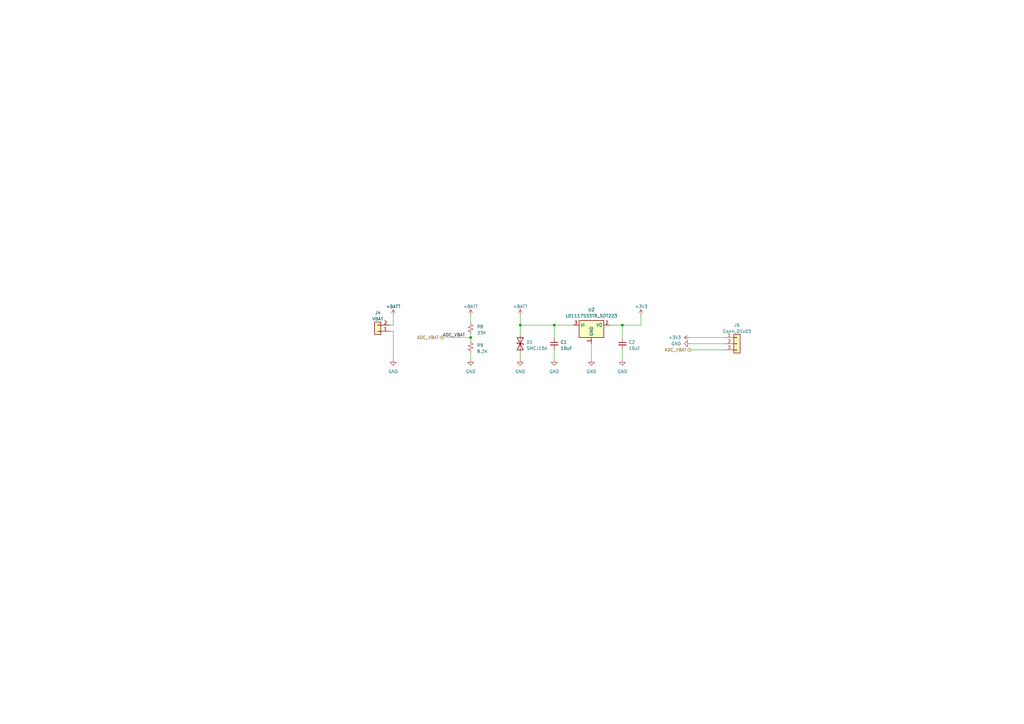
<source format=kicad_sch>
(kicad_sch (version 20230121) (generator eeschema)

  (uuid 19d8677f-1b0c-4a61-a694-a953e720957e)

  (paper "A3")

  (title_block
    (title "ESP32 Leanometer")
    (date "2023-04-10")
    (rev "R1.0")
    (company "github.com/theloukou/Leanometer")
    (comment 1 "Lefteris Kantakos")
  )

  (lib_symbols
    (symbol "Connector_Generic:Conn_01x02" (pin_names (offset 1.016) hide) (in_bom yes) (on_board yes)
      (property "Reference" "J" (at 0 2.54 0)
        (effects (font (size 1.27 1.27)))
      )
      (property "Value" "Conn_01x02" (at 0 -5.08 0)
        (effects (font (size 1.27 1.27)))
      )
      (property "Footprint" "" (at 0 0 0)
        (effects (font (size 1.27 1.27)) hide)
      )
      (property "Datasheet" "~" (at 0 0 0)
        (effects (font (size 1.27 1.27)) hide)
      )
      (property "ki_keywords" "connector" (at 0 0 0)
        (effects (font (size 1.27 1.27)) hide)
      )
      (property "ki_description" "Generic connector, single row, 01x02, script generated (kicad-library-utils/schlib/autogen/connector/)" (at 0 0 0)
        (effects (font (size 1.27 1.27)) hide)
      )
      (property "ki_fp_filters" "Connector*:*_1x??_*" (at 0 0 0)
        (effects (font (size 1.27 1.27)) hide)
      )
      (symbol "Conn_01x02_1_1"
        (rectangle (start -1.27 -2.413) (end 0 -2.667)
          (stroke (width 0.1524) (type default))
          (fill (type none))
        )
        (rectangle (start -1.27 0.127) (end 0 -0.127)
          (stroke (width 0.1524) (type default))
          (fill (type none))
        )
        (rectangle (start -1.27 1.27) (end 1.27 -3.81)
          (stroke (width 0.254) (type default))
          (fill (type background))
        )
        (pin passive line (at -5.08 0 0) (length 3.81)
          (name "Pin_1" (effects (font (size 1.27 1.27))))
          (number "1" (effects (font (size 1.27 1.27))))
        )
        (pin passive line (at -5.08 -2.54 0) (length 3.81)
          (name "Pin_2" (effects (font (size 1.27 1.27))))
          (number "2" (effects (font (size 1.27 1.27))))
        )
      )
    )
    (symbol "Connector_Generic:Conn_01x03" (pin_names (offset 1.016) hide) (in_bom yes) (on_board yes)
      (property "Reference" "J" (at 0 5.08 0)
        (effects (font (size 1.27 1.27)))
      )
      (property "Value" "Conn_01x03" (at 0 -5.08 0)
        (effects (font (size 1.27 1.27)))
      )
      (property "Footprint" "" (at 0 0 0)
        (effects (font (size 1.27 1.27)) hide)
      )
      (property "Datasheet" "~" (at 0 0 0)
        (effects (font (size 1.27 1.27)) hide)
      )
      (property "ki_keywords" "connector" (at 0 0 0)
        (effects (font (size 1.27 1.27)) hide)
      )
      (property "ki_description" "Generic connector, single row, 01x03, script generated (kicad-library-utils/schlib/autogen/connector/)" (at 0 0 0)
        (effects (font (size 1.27 1.27)) hide)
      )
      (property "ki_fp_filters" "Connector*:*_1x??_*" (at 0 0 0)
        (effects (font (size 1.27 1.27)) hide)
      )
      (symbol "Conn_01x03_1_1"
        (rectangle (start -1.27 -2.413) (end 0 -2.667)
          (stroke (width 0.1524) (type default))
          (fill (type none))
        )
        (rectangle (start -1.27 0.127) (end 0 -0.127)
          (stroke (width 0.1524) (type default))
          (fill (type none))
        )
        (rectangle (start -1.27 2.667) (end 0 2.413)
          (stroke (width 0.1524) (type default))
          (fill (type none))
        )
        (rectangle (start -1.27 3.81) (end 1.27 -3.81)
          (stroke (width 0.254) (type default))
          (fill (type background))
        )
        (pin passive line (at -5.08 2.54 0) (length 3.81)
          (name "Pin_1" (effects (font (size 1.27 1.27))))
          (number "1" (effects (font (size 1.27 1.27))))
        )
        (pin passive line (at -5.08 0 0) (length 3.81)
          (name "Pin_2" (effects (font (size 1.27 1.27))))
          (number "2" (effects (font (size 1.27 1.27))))
        )
        (pin passive line (at -5.08 -2.54 0) (length 3.81)
          (name "Pin_3" (effects (font (size 1.27 1.27))))
          (number "3" (effects (font (size 1.27 1.27))))
        )
      )
    )
    (symbol "Device:C_Small" (pin_numbers hide) (pin_names (offset 0.254) hide) (in_bom yes) (on_board yes)
      (property "Reference" "C" (at 0.254 1.778 0)
        (effects (font (size 1.27 1.27)) (justify left))
      )
      (property "Value" "C_Small" (at 0.254 -2.032 0)
        (effects (font (size 1.27 1.27)) (justify left))
      )
      (property "Footprint" "" (at 0 0 0)
        (effects (font (size 1.27 1.27)) hide)
      )
      (property "Datasheet" "~" (at 0 0 0)
        (effects (font (size 1.27 1.27)) hide)
      )
      (property "ki_keywords" "capacitor cap" (at 0 0 0)
        (effects (font (size 1.27 1.27)) hide)
      )
      (property "ki_description" "Unpolarized capacitor, small symbol" (at 0 0 0)
        (effects (font (size 1.27 1.27)) hide)
      )
      (property "ki_fp_filters" "C_*" (at 0 0 0)
        (effects (font (size 1.27 1.27)) hide)
      )
      (symbol "C_Small_0_1"
        (polyline
          (pts
            (xy -1.524 -0.508)
            (xy 1.524 -0.508)
          )
          (stroke (width 0.3302) (type default))
          (fill (type none))
        )
        (polyline
          (pts
            (xy -1.524 0.508)
            (xy 1.524 0.508)
          )
          (stroke (width 0.3048) (type default))
          (fill (type none))
        )
      )
      (symbol "C_Small_1_1"
        (pin passive line (at 0 2.54 270) (length 2.032)
          (name "~" (effects (font (size 1.27 1.27))))
          (number "1" (effects (font (size 1.27 1.27))))
        )
        (pin passive line (at 0 -2.54 90) (length 2.032)
          (name "~" (effects (font (size 1.27 1.27))))
          (number "2" (effects (font (size 1.27 1.27))))
        )
      )
    )
    (symbol "Device:D_TVS" (pin_numbers hide) (pin_names (offset 1.016) hide) (in_bom yes) (on_board yes)
      (property "Reference" "D" (at 0 2.54 0)
        (effects (font (size 1.27 1.27)))
      )
      (property "Value" "D_TVS" (at 0 -2.54 0)
        (effects (font (size 1.27 1.27)))
      )
      (property "Footprint" "" (at 0 0 0)
        (effects (font (size 1.27 1.27)) hide)
      )
      (property "Datasheet" "~" (at 0 0 0)
        (effects (font (size 1.27 1.27)) hide)
      )
      (property "ki_keywords" "diode TVS thyrector" (at 0 0 0)
        (effects (font (size 1.27 1.27)) hide)
      )
      (property "ki_description" "Bidirectional transient-voltage-suppression diode" (at 0 0 0)
        (effects (font (size 1.27 1.27)) hide)
      )
      (property "ki_fp_filters" "TO-???* *_Diode_* *SingleDiode* D_*" (at 0 0 0)
        (effects (font (size 1.27 1.27)) hide)
      )
      (symbol "D_TVS_0_1"
        (polyline
          (pts
            (xy 1.27 0)
            (xy -1.27 0)
          )
          (stroke (width 0) (type default))
          (fill (type none))
        )
        (polyline
          (pts
            (xy 0.508 1.27)
            (xy 0 1.27)
            (xy 0 -1.27)
            (xy -0.508 -1.27)
          )
          (stroke (width 0.254) (type default))
          (fill (type none))
        )
        (polyline
          (pts
            (xy -2.54 1.27)
            (xy -2.54 -1.27)
            (xy 2.54 1.27)
            (xy 2.54 -1.27)
            (xy -2.54 1.27)
          )
          (stroke (width 0.254) (type default))
          (fill (type none))
        )
      )
      (symbol "D_TVS_1_1"
        (pin passive line (at -3.81 0 0) (length 2.54)
          (name "A1" (effects (font (size 1.27 1.27))))
          (number "1" (effects (font (size 1.27 1.27))))
        )
        (pin passive line (at 3.81 0 180) (length 2.54)
          (name "A2" (effects (font (size 1.27 1.27))))
          (number "2" (effects (font (size 1.27 1.27))))
        )
      )
    )
    (symbol "Device:R_Small_US" (pin_numbers hide) (pin_names (offset 0.254) hide) (in_bom yes) (on_board yes)
      (property "Reference" "R" (at 0.762 0.508 0)
        (effects (font (size 1.27 1.27)) (justify left))
      )
      (property "Value" "R_Small_US" (at 0.762 -1.016 0)
        (effects (font (size 1.27 1.27)) (justify left))
      )
      (property "Footprint" "" (at 0 0 0)
        (effects (font (size 1.27 1.27)) hide)
      )
      (property "Datasheet" "~" (at 0 0 0)
        (effects (font (size 1.27 1.27)) hide)
      )
      (property "ki_keywords" "r resistor" (at 0 0 0)
        (effects (font (size 1.27 1.27)) hide)
      )
      (property "ki_description" "Resistor, small US symbol" (at 0 0 0)
        (effects (font (size 1.27 1.27)) hide)
      )
      (property "ki_fp_filters" "R_*" (at 0 0 0)
        (effects (font (size 1.27 1.27)) hide)
      )
      (symbol "R_Small_US_1_1"
        (polyline
          (pts
            (xy 0 0)
            (xy 1.016 -0.381)
            (xy 0 -0.762)
            (xy -1.016 -1.143)
            (xy 0 -1.524)
          )
          (stroke (width 0) (type default))
          (fill (type none))
        )
        (polyline
          (pts
            (xy 0 1.524)
            (xy 1.016 1.143)
            (xy 0 0.762)
            (xy -1.016 0.381)
            (xy 0 0)
          )
          (stroke (width 0) (type default))
          (fill (type none))
        )
        (pin passive line (at 0 2.54 270) (length 1.016)
          (name "~" (effects (font (size 1.27 1.27))))
          (number "1" (effects (font (size 1.27 1.27))))
        )
        (pin passive line (at 0 -2.54 90) (length 1.016)
          (name "~" (effects (font (size 1.27 1.27))))
          (number "2" (effects (font (size 1.27 1.27))))
        )
      )
    )
    (symbol "Regulator_Linear:LD1117S33TR_SOT223" (in_bom yes) (on_board yes)
      (property "Reference" "U" (at -3.81 3.175 0)
        (effects (font (size 1.27 1.27)))
      )
      (property "Value" "LD1117S33TR_SOT223" (at 0 3.175 0)
        (effects (font (size 1.27 1.27)) (justify left))
      )
      (property "Footprint" "Package_TO_SOT_SMD:SOT-223-3_TabPin2" (at 0 5.08 0)
        (effects (font (size 1.27 1.27)) hide)
      )
      (property "Datasheet" "http://www.st.com/st-web-ui/static/active/en/resource/technical/document/datasheet/CD00000544.pdf" (at 2.54 -6.35 0)
        (effects (font (size 1.27 1.27)) hide)
      )
      (property "ki_keywords" "REGULATOR LDO 3.3V" (at 0 0 0)
        (effects (font (size 1.27 1.27)) hide)
      )
      (property "ki_description" "800mA Fixed Low Drop Positive Voltage Regulator, Fixed Output 3.3V, SOT-223" (at 0 0 0)
        (effects (font (size 1.27 1.27)) hide)
      )
      (property "ki_fp_filters" "SOT?223*TabPin2*" (at 0 0 0)
        (effects (font (size 1.27 1.27)) hide)
      )
      (symbol "LD1117S33TR_SOT223_0_1"
        (rectangle (start -5.08 -5.08) (end 5.08 1.905)
          (stroke (width 0.254) (type default))
          (fill (type background))
        )
      )
      (symbol "LD1117S33TR_SOT223_1_1"
        (pin power_in line (at 0 -7.62 90) (length 2.54)
          (name "GND" (effects (font (size 1.27 1.27))))
          (number "1" (effects (font (size 1.27 1.27))))
        )
        (pin power_out line (at 7.62 0 180) (length 2.54)
          (name "VO" (effects (font (size 1.27 1.27))))
          (number "2" (effects (font (size 1.27 1.27))))
        )
        (pin power_in line (at -7.62 0 0) (length 2.54)
          (name "VI" (effects (font (size 1.27 1.27))))
          (number "3" (effects (font (size 1.27 1.27))))
        )
      )
    )
    (symbol "power:+3V3" (power) (pin_names (offset 0)) (in_bom yes) (on_board yes)
      (property "Reference" "#PWR" (at 0 -3.81 0)
        (effects (font (size 1.27 1.27)) hide)
      )
      (property "Value" "+3V3" (at 0 3.556 0)
        (effects (font (size 1.27 1.27)))
      )
      (property "Footprint" "" (at 0 0 0)
        (effects (font (size 1.27 1.27)) hide)
      )
      (property "Datasheet" "" (at 0 0 0)
        (effects (font (size 1.27 1.27)) hide)
      )
      (property "ki_keywords" "global power" (at 0 0 0)
        (effects (font (size 1.27 1.27)) hide)
      )
      (property "ki_description" "Power symbol creates a global label with name \"+3V3\"" (at 0 0 0)
        (effects (font (size 1.27 1.27)) hide)
      )
      (symbol "+3V3_0_1"
        (polyline
          (pts
            (xy -0.762 1.27)
            (xy 0 2.54)
          )
          (stroke (width 0) (type default))
          (fill (type none))
        )
        (polyline
          (pts
            (xy 0 0)
            (xy 0 2.54)
          )
          (stroke (width 0) (type default))
          (fill (type none))
        )
        (polyline
          (pts
            (xy 0 2.54)
            (xy 0.762 1.27)
          )
          (stroke (width 0) (type default))
          (fill (type none))
        )
      )
      (symbol "+3V3_1_1"
        (pin power_in line (at 0 0 90) (length 0) hide
          (name "+3V3" (effects (font (size 1.27 1.27))))
          (number "1" (effects (font (size 1.27 1.27))))
        )
      )
    )
    (symbol "power:+BATT" (power) (pin_names (offset 0)) (in_bom yes) (on_board yes)
      (property "Reference" "#PWR" (at 0 -3.81 0)
        (effects (font (size 1.27 1.27)) hide)
      )
      (property "Value" "+BATT" (at 0 3.556 0)
        (effects (font (size 1.27 1.27)))
      )
      (property "Footprint" "" (at 0 0 0)
        (effects (font (size 1.27 1.27)) hide)
      )
      (property "Datasheet" "" (at 0 0 0)
        (effects (font (size 1.27 1.27)) hide)
      )
      (property "ki_keywords" "global power battery" (at 0 0 0)
        (effects (font (size 1.27 1.27)) hide)
      )
      (property "ki_description" "Power symbol creates a global label with name \"+BATT\"" (at 0 0 0)
        (effects (font (size 1.27 1.27)) hide)
      )
      (symbol "+BATT_0_1"
        (polyline
          (pts
            (xy -0.762 1.27)
            (xy 0 2.54)
          )
          (stroke (width 0) (type default))
          (fill (type none))
        )
        (polyline
          (pts
            (xy 0 0)
            (xy 0 2.54)
          )
          (stroke (width 0) (type default))
          (fill (type none))
        )
        (polyline
          (pts
            (xy 0 2.54)
            (xy 0.762 1.27)
          )
          (stroke (width 0) (type default))
          (fill (type none))
        )
      )
      (symbol "+BATT_1_1"
        (pin power_in line (at 0 0 90) (length 0) hide
          (name "+BATT" (effects (font (size 1.27 1.27))))
          (number "1" (effects (font (size 1.27 1.27))))
        )
      )
    )
    (symbol "power:GND" (power) (pin_names (offset 0)) (in_bom yes) (on_board yes)
      (property "Reference" "#PWR" (at 0 -6.35 0)
        (effects (font (size 1.27 1.27)) hide)
      )
      (property "Value" "GND" (at 0 -3.81 0)
        (effects (font (size 1.27 1.27)))
      )
      (property "Footprint" "" (at 0 0 0)
        (effects (font (size 1.27 1.27)) hide)
      )
      (property "Datasheet" "" (at 0 0 0)
        (effects (font (size 1.27 1.27)) hide)
      )
      (property "ki_keywords" "global power" (at 0 0 0)
        (effects (font (size 1.27 1.27)) hide)
      )
      (property "ki_description" "Power symbol creates a global label with name \"GND\" , ground" (at 0 0 0)
        (effects (font (size 1.27 1.27)) hide)
      )
      (symbol "GND_0_1"
        (polyline
          (pts
            (xy 0 0)
            (xy 0 -1.27)
            (xy 1.27 -1.27)
            (xy 0 -2.54)
            (xy -1.27 -1.27)
            (xy 0 -1.27)
          )
          (stroke (width 0) (type default))
          (fill (type none))
        )
      )
      (symbol "GND_1_1"
        (pin power_in line (at 0 0 270) (length 0) hide
          (name "GND" (effects (font (size 1.27 1.27))))
          (number "1" (effects (font (size 1.27 1.27))))
        )
      )
    )
  )

  (junction (at 193.04 138.43) (diameter 0) (color 0 0 0 0)
    (uuid 104b0ac8-3333-4582-8271-5a2a98955f8a)
  )
  (junction (at 213.36 133.35) (diameter 0) (color 0 0 0 0)
    (uuid 35f60d53-b27f-4b85-b051-382adc1c2c6a)
  )
  (junction (at 227.33 133.35) (diameter 0) (color 0 0 0 0)
    (uuid 627992fd-af28-447f-93b6-c1d2d9f3428d)
  )
  (junction (at 255.27 133.35) (diameter 0) (color 0 0 0 0)
    (uuid b08f6d7e-b394-42f9-863f-9dae157b1d49)
  )

  (wire (pts (xy 160.02 135.89) (xy 161.29 135.89))
    (stroke (width 0) (type default))
    (uuid 08fc6ba1-f89d-48ba-b0c4-2a9e3308cde9)
  )
  (wire (pts (xy 227.33 133.35) (xy 234.95 133.35))
    (stroke (width 0) (type default))
    (uuid 15ebfe6b-bc38-4ad8-96bf-e50902366659)
  )
  (wire (pts (xy 213.36 133.35) (xy 213.36 137.16))
    (stroke (width 0) (type default))
    (uuid 18f7e669-0e41-4842-9977-5250effe5edc)
  )
  (wire (pts (xy 297.18 138.43) (xy 283.21 138.43))
    (stroke (width 0) (type default))
    (uuid 27b8ae04-dc9a-46fd-9a04-0c80d837623a)
  )
  (wire (pts (xy 160.02 133.35) (xy 161.29 133.35))
    (stroke (width 0) (type default))
    (uuid 35cf0627-9cad-4094-af2a-bb33c2311235)
  )
  (wire (pts (xy 213.36 144.78) (xy 213.36 147.32))
    (stroke (width 0) (type default))
    (uuid 40574aa9-73ed-43cc-9c0f-fae81698662c)
  )
  (wire (pts (xy 255.27 138.43) (xy 255.27 133.35))
    (stroke (width 0) (type default))
    (uuid 4ac80c61-adf0-404b-84b7-96b2001a723e)
  )
  (wire (pts (xy 255.27 143.51) (xy 255.27 147.32))
    (stroke (width 0) (type default))
    (uuid 4bbb3780-7906-4834-9687-d683a0f88cfd)
  )
  (wire (pts (xy 161.29 135.89) (xy 161.29 147.32))
    (stroke (width 0) (type default))
    (uuid 4ceb8eb0-2a0f-44e6-bd6a-a71130de3be0)
  )
  (wire (pts (xy 227.33 138.43) (xy 227.33 133.35))
    (stroke (width 0) (type default))
    (uuid 6858e06a-b0a2-41d2-b3cd-42eb0026787f)
  )
  (wire (pts (xy 255.27 133.35) (xy 262.89 133.35))
    (stroke (width 0) (type default))
    (uuid 77b87a58-d10f-4a02-ad1e-8fc4f19e10a4)
  )
  (wire (pts (xy 250.19 133.35) (xy 255.27 133.35))
    (stroke (width 0) (type default))
    (uuid 7b11e2fb-527f-4d08-92dc-e32021db8f77)
  )
  (wire (pts (xy 193.04 129.54) (xy 193.04 132.08))
    (stroke (width 0) (type default))
    (uuid 879074d0-ed49-4e9a-bfdd-692d321b8db2)
  )
  (wire (pts (xy 193.04 138.43) (xy 193.04 137.16))
    (stroke (width 0) (type default))
    (uuid 963027c0-1a67-40ce-9ce7-423f64b64338)
  )
  (wire (pts (xy 161.29 129.54) (xy 161.29 133.35))
    (stroke (width 0) (type default))
    (uuid 9a508e2d-68ce-4532-82e3-c1b17b69c90c)
  )
  (wire (pts (xy 227.33 143.51) (xy 227.33 147.32))
    (stroke (width 0) (type default))
    (uuid aa27aea0-29c1-4db5-9774-fd91f8a45e4a)
  )
  (wire (pts (xy 297.18 143.51) (xy 283.21 143.51))
    (stroke (width 0) (type default))
    (uuid aba5a545-c6da-4223-be4c-52bd5b591610)
  )
  (wire (pts (xy 193.04 138.43) (xy 193.04 139.7))
    (stroke (width 0) (type default))
    (uuid b6e6fb4c-a078-42fc-b44a-44288fe671ad)
  )
  (wire (pts (xy 297.18 140.97) (xy 283.21 140.97))
    (stroke (width 0) (type default))
    (uuid bbab096a-be9f-4f0a-85cf-7182b0fe6e12)
  )
  (wire (pts (xy 242.57 140.97) (xy 242.57 147.32))
    (stroke (width 0) (type default))
    (uuid d00bd930-3d77-4ad1-82c7-a2b0f22c3cf5)
  )
  (wire (pts (xy 213.36 129.54) (xy 213.36 133.35))
    (stroke (width 0) (type default))
    (uuid d3a1f899-87db-44a4-9d81-86fc0b123e86)
  )
  (wire (pts (xy 262.89 129.54) (xy 262.89 133.35))
    (stroke (width 0) (type default))
    (uuid df7990c4-8e1c-428a-8df4-81d5f3977069)
  )
  (wire (pts (xy 213.36 133.35) (xy 227.33 133.35))
    (stroke (width 0) (type default))
    (uuid dfbb74ae-921f-4c13-9075-be48ba7c2f0d)
  )
  (wire (pts (xy 181.61 138.43) (xy 193.04 138.43))
    (stroke (width 0) (type default))
    (uuid edd3628f-b37d-406d-b782-003961680aea)
  )
  (wire (pts (xy 193.04 144.78) (xy 193.04 147.32))
    (stroke (width 0) (type default))
    (uuid fe59422c-e3cf-4521-b8cd-236ffe2e1dbd)
  )

  (label "ADC_VBAT" (at 181.61 138.43 0) (fields_autoplaced)
    (effects (font (size 1.27 1.27)) (justify left bottom))
    (uuid 98e6a771-6081-4716-9133-4f72ae85ce8b)
  )

  (hierarchical_label "ADC_VBAT" (shape output) (at 181.61 138.43 180) (fields_autoplaced)
    (effects (font (size 1.27 1.27)) (justify right))
    (uuid 20d37280-683f-45f5-9382-172fdfc0c951)
  )
  (hierarchical_label "ADC_VBAT" (shape output) (at 283.21 143.51 180) (fields_autoplaced)
    (effects (font (size 1.27 1.27)) (justify right))
    (uuid 81bc9ff4-9823-44ae-b5ae-e04e55b2b446)
  )

  (symbol (lib_id "power:GND") (at 255.27 147.32 0) (unit 1)
    (in_bom yes) (on_board yes) (dnp no) (fields_autoplaced)
    (uuid 002b6507-9173-44f2-bbdd-80009529f182)
    (property "Reference" "#PWR028" (at 255.27 153.67 0)
      (effects (font (size 1.27 1.27)) hide)
    )
    (property "Value" "GND" (at 255.27 152.4 0)
      (effects (font (size 1.27 1.27)))
    )
    (property "Footprint" "" (at 255.27 147.32 0)
      (effects (font (size 1.27 1.27)) hide)
    )
    (property "Datasheet" "" (at 255.27 147.32 0)
      (effects (font (size 1.27 1.27)) hide)
    )
    (pin "1" (uuid a0311946-67da-4d38-8bd7-8118a4b92860))
    (instances
      (project "leanometer_esp32"
        (path "/90da9009-635c-418a-81cf-a9914c9a139e"
          (reference "#PWR028") (unit 1)
        )
        (path "/90da9009-635c-418a-81cf-a9914c9a139e/8f83cd13-e5fd-4817-b0b2-dd649562e12d"
          (reference "#PWR020") (unit 1)
        )
        (path "/90da9009-635c-418a-81cf-a9914c9a139e/9419ad98-79f0-4351-b1d9-8c8bd448ddbc"
          (reference "#PWR020") (unit 1)
        )
      )
    )
  )

  (symbol (lib_id "power:GND") (at 242.57 147.32 0) (unit 1)
    (in_bom yes) (on_board yes) (dnp no) (fields_autoplaced)
    (uuid 24775696-a2c8-4559-82a6-c28c2477698b)
    (property "Reference" "#PWR01" (at 242.57 153.67 0)
      (effects (font (size 1.27 1.27)) hide)
    )
    (property "Value" "GND" (at 242.57 152.4 0)
      (effects (font (size 1.27 1.27)))
    )
    (property "Footprint" "" (at 242.57 147.32 0)
      (effects (font (size 1.27 1.27)) hide)
    )
    (property "Datasheet" "" (at 242.57 147.32 0)
      (effects (font (size 1.27 1.27)) hide)
    )
    (pin "1" (uuid 8a083842-b9aa-4ee8-8a1a-775332233926))
    (instances
      (project "leanometer_esp32"
        (path "/90da9009-635c-418a-81cf-a9914c9a139e"
          (reference "#PWR01") (unit 1)
        )
        (path "/90da9009-635c-418a-81cf-a9914c9a139e/8f83cd13-e5fd-4817-b0b2-dd649562e12d"
          (reference "#PWR017") (unit 1)
        )
        (path "/90da9009-635c-418a-81cf-a9914c9a139e/9419ad98-79f0-4351-b1d9-8c8bd448ddbc"
          (reference "#PWR017") (unit 1)
        )
      )
    )
  )

  (symbol (lib_id "power:+BATT") (at 161.29 129.54 0) (unit 1)
    (in_bom yes) (on_board yes) (dnp no) (fields_autoplaced)
    (uuid 2f72ef0e-d6f2-431b-be2d-41449752c158)
    (property "Reference" "#PWR03" (at 161.29 133.35 0)
      (effects (font (size 1.27 1.27)) hide)
    )
    (property "Value" "+BATT" (at 161.29 125.73 0)
      (effects (font (size 1.27 1.27)))
    )
    (property "Footprint" "" (at 161.29 129.54 0)
      (effects (font (size 1.27 1.27)) hide)
    )
    (property "Datasheet" "" (at 161.29 129.54 0)
      (effects (font (size 1.27 1.27)) hide)
    )
    (pin "1" (uuid 73b69269-f704-4c8b-9ebe-60f55a4abffc))
    (instances
      (project "leanometer_esp32"
        (path "/90da9009-635c-418a-81cf-a9914c9a139e"
          (reference "#PWR03") (unit 1)
        )
        (path "/90da9009-635c-418a-81cf-a9914c9a139e/8f83cd13-e5fd-4817-b0b2-dd649562e12d"
          (reference "#PWR03") (unit 1)
        )
        (path "/90da9009-635c-418a-81cf-a9914c9a139e/9419ad98-79f0-4351-b1d9-8c8bd448ddbc"
          (reference "#PWR03") (unit 1)
        )
      )
    )
  )

  (symbol (lib_id "Device:C_Small") (at 255.27 140.97 0) (unit 1)
    (in_bom yes) (on_board yes) (dnp no)
    (uuid 3dc65b98-7bf6-413a-83a0-08b04cfa7250)
    (property "Reference" "C2" (at 257.81 140.3413 0)
      (effects (font (size 1.27 1.27)) (justify left))
    )
    (property "Value" "10uF" (at 257.81 142.8813 0)
      (effects (font (size 1.27 1.27)) (justify left))
    )
    (property "Footprint" "Capacitor_SMD:C_0805_2012Metric" (at 255.27 140.97 0)
      (effects (font (size 1.27 1.27)) hide)
    )
    (property "Datasheet" "~" (at 255.27 140.97 0)
      (effects (font (size 1.27 1.27)) hide)
    )
    (pin "1" (uuid 795c945d-6b67-43ba-bed4-ca987746e2c3))
    (pin "2" (uuid 4f4ffe69-bda5-4c3d-83ef-48978fb76b4e))
    (instances
      (project "leanometer_esp32"
        (path "/90da9009-635c-418a-81cf-a9914c9a139e"
          (reference "C2") (unit 1)
        )
        (path "/90da9009-635c-418a-81cf-a9914c9a139e/8f83cd13-e5fd-4817-b0b2-dd649562e12d"
          (reference "C4") (unit 1)
        )
        (path "/90da9009-635c-418a-81cf-a9914c9a139e/9419ad98-79f0-4351-b1d9-8c8bd448ddbc"
          (reference "C4") (unit 1)
        )
      )
    )
  )

  (symbol (lib_id "power:+BATT") (at 193.04 129.54 0) (unit 1)
    (in_bom yes) (on_board yes) (dnp no) (fields_autoplaced)
    (uuid 3f6de829-a4cc-49cb-afd0-f3ce000e1dec)
    (property "Reference" "#PWR035" (at 193.04 133.35 0)
      (effects (font (size 1.27 1.27)) hide)
    )
    (property "Value" "+BATT" (at 193.04 125.73 0)
      (effects (font (size 1.27 1.27)))
    )
    (property "Footprint" "" (at 193.04 129.54 0)
      (effects (font (size 1.27 1.27)) hide)
    )
    (property "Datasheet" "" (at 193.04 129.54 0)
      (effects (font (size 1.27 1.27)) hide)
    )
    (pin "1" (uuid bcc5c517-3dfc-4dd6-baff-a2b189ff1f1d))
    (instances
      (project "leanometer_esp32"
        (path "/90da9009-635c-418a-81cf-a9914c9a139e"
          (reference "#PWR035") (unit 1)
        )
        (path "/90da9009-635c-418a-81cf-a9914c9a139e/8f83cd13-e5fd-4817-b0b2-dd649562e12d"
          (reference "#PWR011") (unit 1)
        )
        (path "/90da9009-635c-418a-81cf-a9914c9a139e/9419ad98-79f0-4351-b1d9-8c8bd448ddbc"
          (reference "#PWR011") (unit 1)
        )
      )
    )
  )

  (symbol (lib_id "power:+3V3") (at 283.21 138.43 90) (unit 1)
    (in_bom yes) (on_board yes) (dnp no)
    (uuid 4f27c282-0ac0-4af5-8f28-c4bf429f754b)
    (property "Reference" "#PWR060" (at 287.02 138.43 0)
      (effects (font (size 1.27 1.27)) hide)
    )
    (property "Value" "+3V3" (at 279.4 138.43 90)
      (effects (font (size 1.27 1.27)) (justify left))
    )
    (property "Footprint" "" (at 283.21 138.43 0)
      (effects (font (size 1.27 1.27)) hide)
    )
    (property "Datasheet" "" (at 283.21 138.43 0)
      (effects (font (size 1.27 1.27)) hide)
    )
    (pin "1" (uuid 64d8293e-81de-485f-93a3-ef1b68821782))
    (instances
      (project "leanometer_esp32"
        (path "/90da9009-635c-418a-81cf-a9914c9a139e"
          (reference "#PWR060") (unit 1)
        )
        (path "/90da9009-635c-418a-81cf-a9914c9a139e/fdbf2385-88a9-4475-837a-a6a065a96726"
          (reference "#PWR048") (unit 1)
        )
        (path "/90da9009-635c-418a-81cf-a9914c9a139e/8f83cd13-e5fd-4817-b0b2-dd649562e12d"
          (reference "#PWR038") (unit 1)
        )
        (path "/90da9009-635c-418a-81cf-a9914c9a139e/9419ad98-79f0-4351-b1d9-8c8bd448ddbc"
          (reference "#PWR066") (unit 1)
        )
      )
    )
  )

  (symbol (lib_id "Device:R_Small_US") (at 193.04 142.24 0) (unit 1)
    (in_bom yes) (on_board yes) (dnp no) (fields_autoplaced)
    (uuid 5e66abee-b4f0-4c3f-9ff1-5ada8df78bd8)
    (property "Reference" "R9" (at 195.58 141.605 0)
      (effects (font (size 1.27 1.27)) (justify left))
    )
    (property "Value" "8.2K" (at 195.58 144.145 0)
      (effects (font (size 1.27 1.27)) (justify left))
    )
    (property "Footprint" "Resistor_SMD:R_0603_1608Metric" (at 193.04 142.24 0)
      (effects (font (size 1.27 1.27)) hide)
    )
    (property "Datasheet" "~" (at 193.04 142.24 0)
      (effects (font (size 1.27 1.27)) hide)
    )
    (pin "1" (uuid 8a120651-cb48-4fd4-8367-451d4537f325))
    (pin "2" (uuid 480f8d07-36fa-4dc4-b79b-569d482dcbcc))
    (instances
      (project "leanometer_esp32"
        (path "/90da9009-635c-418a-81cf-a9914c9a139e"
          (reference "R9") (unit 1)
        )
        (path "/90da9009-635c-418a-81cf-a9914c9a139e/8f83cd13-e5fd-4817-b0b2-dd649562e12d"
          (reference "R2") (unit 1)
        )
        (path "/90da9009-635c-418a-81cf-a9914c9a139e/9419ad98-79f0-4351-b1d9-8c8bd448ddbc"
          (reference "R2") (unit 1)
        )
      )
    )
  )

  (symbol (lib_id "power:GND") (at 227.33 147.32 0) (unit 1)
    (in_bom yes) (on_board yes) (dnp no) (fields_autoplaced)
    (uuid 76f3e619-8404-4202-9b70-999e86d3c539)
    (property "Reference" "#PWR027" (at 227.33 153.67 0)
      (effects (font (size 1.27 1.27)) hide)
    )
    (property "Value" "GND" (at 227.33 152.4 0)
      (effects (font (size 1.27 1.27)))
    )
    (property "Footprint" "" (at 227.33 147.32 0)
      (effects (font (size 1.27 1.27)) hide)
    )
    (property "Datasheet" "" (at 227.33 147.32 0)
      (effects (font (size 1.27 1.27)) hide)
    )
    (pin "1" (uuid dc1f63e2-beac-4b05-84b2-2483821f6938))
    (instances
      (project "leanometer_esp32"
        (path "/90da9009-635c-418a-81cf-a9914c9a139e"
          (reference "#PWR027") (unit 1)
        )
        (path "/90da9009-635c-418a-81cf-a9914c9a139e/8f83cd13-e5fd-4817-b0b2-dd649562e12d"
          (reference "#PWR015") (unit 1)
        )
        (path "/90da9009-635c-418a-81cf-a9914c9a139e/9419ad98-79f0-4351-b1d9-8c8bd448ddbc"
          (reference "#PWR015") (unit 1)
        )
      )
    )
  )

  (symbol (lib_id "Connector_Generic:Conn_01x03") (at 302.26 140.97 0) (unit 1)
    (in_bom yes) (on_board yes) (dnp no) (fields_autoplaced)
    (uuid 7a20a200-aaab-4f7f-9448-61eca3f86e91)
    (property "Reference" "J5" (at 302.26 133.35 0)
      (effects (font (size 1.27 1.27)))
    )
    (property "Value" "Conn_01x03" (at 302.26 135.89 0)
      (effects (font (size 1.27 1.27)))
    )
    (property "Footprint" "Connector_PinHeader_2.54mm:PinHeader_1x03_P2.54mm_Vertical" (at 302.26 140.97 0)
      (effects (font (size 1.27 1.27)) hide)
    )
    (property "Datasheet" "~" (at 302.26 140.97 0)
      (effects (font (size 1.27 1.27)) hide)
    )
    (pin "1" (uuid b05e1512-328d-476a-80f7-cc70b99e33e2))
    (pin "2" (uuid 02dac85f-23c2-42c2-ad11-61c37221f58d))
    (pin "3" (uuid 0ad73650-0ee6-4905-888f-275c31b74d99))
    (instances
      (project "leanometer_esp32"
        (path "/90da9009-635c-418a-81cf-a9914c9a139e/8f83cd13-e5fd-4817-b0b2-dd649562e12d"
          (reference "J5") (unit 1)
        )
        (path "/90da9009-635c-418a-81cf-a9914c9a139e/9419ad98-79f0-4351-b1d9-8c8bd448ddbc"
          (reference "J7") (unit 1)
        )
      )
    )
  )

  (symbol (lib_id "power:+3V3") (at 262.89 129.54 0) (unit 1)
    (in_bom yes) (on_board yes) (dnp no)
    (uuid 7ad274d1-8dc5-4ee1-85c0-ff1823d893d5)
    (property "Reference" "#PWR02" (at 262.89 133.35 0)
      (effects (font (size 1.27 1.27)) hide)
    )
    (property "Value" "+3V3" (at 260.35 125.73 0)
      (effects (font (size 1.27 1.27)) (justify left))
    )
    (property "Footprint" "" (at 262.89 129.54 0)
      (effects (font (size 1.27 1.27)) hide)
    )
    (property "Datasheet" "" (at 262.89 129.54 0)
      (effects (font (size 1.27 1.27)) hide)
    )
    (pin "1" (uuid 991da158-7cc7-48d8-ba2a-22e0e75f2295))
    (instances
      (project "leanometer_esp32"
        (path "/90da9009-635c-418a-81cf-a9914c9a139e"
          (reference "#PWR02") (unit 1)
        )
        (path "/90da9009-635c-418a-81cf-a9914c9a139e/8f83cd13-e5fd-4817-b0b2-dd649562e12d"
          (reference "#PWR022") (unit 1)
        )
        (path "/90da9009-635c-418a-81cf-a9914c9a139e/9419ad98-79f0-4351-b1d9-8c8bd448ddbc"
          (reference "#PWR022") (unit 1)
        )
      )
    )
  )

  (symbol (lib_id "Regulator_Linear:LD1117S33TR_SOT223") (at 242.57 133.35 0) (unit 1)
    (in_bom yes) (on_board yes) (dnp no) (fields_autoplaced)
    (uuid 96ba96fb-04ac-48d0-87e6-fd898fdcca9b)
    (property "Reference" "U2" (at 242.57 127 0)
      (effects (font (size 1.27 1.27)))
    )
    (property "Value" "LD1117S33TR_SOT223" (at 242.57 129.54 0)
      (effects (font (size 1.27 1.27)))
    )
    (property "Footprint" "Package_TO_SOT_SMD:SOT-223-3_TabPin2" (at 242.57 128.27 0)
      (effects (font (size 1.27 1.27)) hide)
    )
    (property "Datasheet" "http://www.st.com/st-web-ui/static/active/en/resource/technical/document/datasheet/CD00000544.pdf" (at 245.11 139.7 0)
      (effects (font (size 1.27 1.27)) hide)
    )
    (pin "1" (uuid fceaf0c3-469e-4427-867a-661460358884))
    (pin "2" (uuid 2732287e-6050-4841-be4e-0e89921a5234))
    (pin "3" (uuid efd4cfcc-ad15-4b83-b9b6-977b287051c5))
    (instances
      (project "leanometer_esp32"
        (path "/90da9009-635c-418a-81cf-a9914c9a139e"
          (reference "U2") (unit 1)
        )
        (path "/90da9009-635c-418a-81cf-a9914c9a139e/8f83cd13-e5fd-4817-b0b2-dd649562e12d"
          (reference "U1") (unit 1)
        )
        (path "/90da9009-635c-418a-81cf-a9914c9a139e/9419ad98-79f0-4351-b1d9-8c8bd448ddbc"
          (reference "U1") (unit 1)
        )
      )
    )
  )

  (symbol (lib_id "Device:C_Small") (at 227.33 140.97 0) (unit 1)
    (in_bom yes) (on_board yes) (dnp no)
    (uuid b3af53a0-f15b-4f1f-a819-01fc8adea2ce)
    (property "Reference" "C1" (at 229.87 140.3413 0)
      (effects (font (size 1.27 1.27)) (justify left))
    )
    (property "Value" "10uF" (at 229.87 142.8813 0)
      (effects (font (size 1.27 1.27)) (justify left))
    )
    (property "Footprint" "Capacitor_SMD:C_0805_2012Metric" (at 227.33 140.97 0)
      (effects (font (size 1.27 1.27)) hide)
    )
    (property "Datasheet" "~" (at 227.33 140.97 0)
      (effects (font (size 1.27 1.27)) hide)
    )
    (pin "1" (uuid a1735558-4c0e-4f7d-85b8-f483a22495bf))
    (pin "2" (uuid 590e3f68-d2b9-4d29-b84a-48790658bf56))
    (instances
      (project "leanometer_esp32"
        (path "/90da9009-635c-418a-81cf-a9914c9a139e"
          (reference "C1") (unit 1)
        )
        (path "/90da9009-635c-418a-81cf-a9914c9a139e/8f83cd13-e5fd-4817-b0b2-dd649562e12d"
          (reference "C2") (unit 1)
        )
        (path "/90da9009-635c-418a-81cf-a9914c9a139e/9419ad98-79f0-4351-b1d9-8c8bd448ddbc"
          (reference "C2") (unit 1)
        )
      )
    )
  )

  (symbol (lib_id "power:GND") (at 283.21 140.97 270) (unit 1)
    (in_bom yes) (on_board yes) (dnp no)
    (uuid b7530c1a-8ab8-4080-8d54-a0e0c6ace573)
    (property "Reference" "#PWR032" (at 276.86 140.97 0)
      (effects (font (size 1.27 1.27)) hide)
    )
    (property "Value" "GND" (at 279.4 140.97 90)
      (effects (font (size 1.27 1.27)) (justify right))
    )
    (property "Footprint" "" (at 283.21 140.97 0)
      (effects (font (size 1.27 1.27)) hide)
    )
    (property "Datasheet" "" (at 283.21 140.97 0)
      (effects (font (size 1.27 1.27)) hide)
    )
    (pin "1" (uuid cc03f6fc-f139-45cf-91b2-2fec9365dac9))
    (instances
      (project "leanometer_esp32"
        (path "/90da9009-635c-418a-81cf-a9914c9a139e"
          (reference "#PWR032") (unit 1)
        )
        (path "/90da9009-635c-418a-81cf-a9914c9a139e/8f83cd13-e5fd-4817-b0b2-dd649562e12d"
          (reference "#PWR039") (unit 1)
        )
        (path "/90da9009-635c-418a-81cf-a9914c9a139e/9419ad98-79f0-4351-b1d9-8c8bd448ddbc"
          (reference "#PWR067") (unit 1)
        )
      )
    )
  )

  (symbol (lib_id "power:GND") (at 213.36 147.32 0) (unit 1)
    (in_bom yes) (on_board yes) (dnp no) (fields_autoplaced)
    (uuid b9ad7241-d605-45f4-a7dd-257a2f31863d)
    (property "Reference" "#PWR046" (at 213.36 153.67 0)
      (effects (font (size 1.27 1.27)) hide)
    )
    (property "Value" "GND" (at 213.36 152.4 0)
      (effects (font (size 1.27 1.27)))
    )
    (property "Footprint" "" (at 213.36 147.32 0)
      (effects (font (size 1.27 1.27)) hide)
    )
    (property "Datasheet" "" (at 213.36 147.32 0)
      (effects (font (size 1.27 1.27)) hide)
    )
    (pin "1" (uuid 363f9910-cf24-4118-b4c3-cfff22235953))
    (instances
      (project "leanometer_esp32"
        (path "/90da9009-635c-418a-81cf-a9914c9a139e"
          (reference "#PWR046") (unit 1)
        )
        (path "/90da9009-635c-418a-81cf-a9914c9a139e/8f83cd13-e5fd-4817-b0b2-dd649562e12d"
          (reference "#PWR014") (unit 1)
        )
        (path "/90da9009-635c-418a-81cf-a9914c9a139e/9419ad98-79f0-4351-b1d9-8c8bd448ddbc"
          (reference "#PWR014") (unit 1)
        )
      )
    )
  )

  (symbol (lib_id "Device:D_TVS") (at 213.36 140.97 90) (unit 1)
    (in_bom yes) (on_board yes) (dnp no) (fields_autoplaced)
    (uuid bfbe2562-7df7-4bbf-b4d3-1e7189089c6e)
    (property "Reference" "D1" (at 215.9 140.335 90)
      (effects (font (size 1.27 1.27)) (justify right))
    )
    (property "Value" "SMCJ15A" (at 215.9 142.875 90)
      (effects (font (size 1.27 1.27)) (justify right))
    )
    (property "Footprint" "Diode_SMD:D_SMC" (at 213.36 140.97 0)
      (effects (font (size 1.27 1.27)) hide)
    )
    (property "Datasheet" "~" (at 213.36 140.97 0)
      (effects (font (size 1.27 1.27)) hide)
    )
    (pin "1" (uuid 85d90797-5048-4df1-b965-fb7926dae10a))
    (pin "2" (uuid ccd91399-c218-4765-ba87-f7cacdc07073))
    (instances
      (project "leanometer_esp32"
        (path "/90da9009-635c-418a-81cf-a9914c9a139e"
          (reference "D1") (unit 1)
        )
        (path "/90da9009-635c-418a-81cf-a9914c9a139e/8f83cd13-e5fd-4817-b0b2-dd649562e12d"
          (reference "D1") (unit 1)
        )
        (path "/90da9009-635c-418a-81cf-a9914c9a139e/9419ad98-79f0-4351-b1d9-8c8bd448ddbc"
          (reference "D1") (unit 1)
        )
      )
    )
  )

  (symbol (lib_id "Device:R_Small_US") (at 193.04 134.62 0) (unit 1)
    (in_bom yes) (on_board yes) (dnp no) (fields_autoplaced)
    (uuid c06ec62e-c8cd-4c97-9b09-d27b0077481c)
    (property "Reference" "R8" (at 195.58 133.985 0)
      (effects (font (size 1.27 1.27)) (justify left))
    )
    (property "Value" "33K" (at 195.58 136.525 0)
      (effects (font (size 1.27 1.27)) (justify left))
    )
    (property "Footprint" "Resistor_SMD:R_0603_1608Metric" (at 193.04 134.62 0)
      (effects (font (size 1.27 1.27)) hide)
    )
    (property "Datasheet" "~" (at 193.04 134.62 0)
      (effects (font (size 1.27 1.27)) hide)
    )
    (pin "1" (uuid 8f34222e-0e8a-4573-a9de-60e7109f239a))
    (pin "2" (uuid b2ca6292-ca48-447e-bab4-d1acf6a9d31f))
    (instances
      (project "leanometer_esp32"
        (path "/90da9009-635c-418a-81cf-a9914c9a139e"
          (reference "R8") (unit 1)
        )
        (path "/90da9009-635c-418a-81cf-a9914c9a139e/8f83cd13-e5fd-4817-b0b2-dd649562e12d"
          (reference "R1") (unit 1)
        )
        (path "/90da9009-635c-418a-81cf-a9914c9a139e/9419ad98-79f0-4351-b1d9-8c8bd448ddbc"
          (reference "R1") (unit 1)
        )
      )
    )
  )

  (symbol (lib_id "power:GND") (at 193.04 147.32 0) (unit 1)
    (in_bom yes) (on_board yes) (dnp no) (fields_autoplaced)
    (uuid ccd1c690-75b4-4b40-b5b4-46a750fa260a)
    (property "Reference" "#PWR045" (at 193.04 153.67 0)
      (effects (font (size 1.27 1.27)) hide)
    )
    (property "Value" "GND" (at 193.04 152.4 0)
      (effects (font (size 1.27 1.27)))
    )
    (property "Footprint" "" (at 193.04 147.32 0)
      (effects (font (size 1.27 1.27)) hide)
    )
    (property "Datasheet" "" (at 193.04 147.32 0)
      (effects (font (size 1.27 1.27)) hide)
    )
    (pin "1" (uuid a25fbf43-824a-4ed6-9cb9-4663eb0969e9))
    (instances
      (project "leanometer_esp32"
        (path "/90da9009-635c-418a-81cf-a9914c9a139e"
          (reference "#PWR045") (unit 1)
        )
        (path "/90da9009-635c-418a-81cf-a9914c9a139e/8f83cd13-e5fd-4817-b0b2-dd649562e12d"
          (reference "#PWR012") (unit 1)
        )
        (path "/90da9009-635c-418a-81cf-a9914c9a139e/9419ad98-79f0-4351-b1d9-8c8bd448ddbc"
          (reference "#PWR012") (unit 1)
        )
      )
    )
  )

  (symbol (lib_id "Connector_Generic:Conn_01x02") (at 154.94 135.89 180) (unit 1)
    (in_bom yes) (on_board yes) (dnp no) (fields_autoplaced)
    (uuid dd83b94f-3748-4447-8cc4-107d38d15f94)
    (property "Reference" "J4" (at 154.94 128.27 0)
      (effects (font (size 1.27 1.27)))
    )
    (property "Value" "VBAT" (at 154.94 130.81 0)
      (effects (font (size 1.27 1.27)))
    )
    (property "Footprint" "Connector_JST:JST_PH_S2B-PH-K_1x02_P2.00mm_Horizontal" (at 154.94 135.89 0)
      (effects (font (size 1.27 1.27)) hide)
    )
    (property "Datasheet" "~" (at 154.94 135.89 0)
      (effects (font (size 1.27 1.27)) hide)
    )
    (pin "1" (uuid c259232a-c904-44da-a8b9-b15fa6b8b222))
    (pin "2" (uuid f25db2ad-f549-4ec7-9eb1-ff4eb064a107))
    (instances
      (project "leanometer_esp32"
        (path "/90da9009-635c-418a-81cf-a9914c9a139e"
          (reference "J4") (unit 1)
        )
        (path "/90da9009-635c-418a-81cf-a9914c9a139e/8f83cd13-e5fd-4817-b0b2-dd649562e12d"
          (reference "J3") (unit 1)
        )
        (path "/90da9009-635c-418a-81cf-a9914c9a139e/9419ad98-79f0-4351-b1d9-8c8bd448ddbc"
          (reference "J3") (unit 1)
        )
      )
    )
  )

  (symbol (lib_id "power:+BATT") (at 213.36 129.54 0) (unit 1)
    (in_bom yes) (on_board yes) (dnp no) (fields_autoplaced)
    (uuid eae21fdd-a749-4619-812b-d4acc441801c)
    (property "Reference" "#PWR033" (at 213.36 133.35 0)
      (effects (font (size 1.27 1.27)) hide)
    )
    (property "Value" "+BATT" (at 213.36 125.73 0)
      (effects (font (size 1.27 1.27)))
    )
    (property "Footprint" "" (at 213.36 129.54 0)
      (effects (font (size 1.27 1.27)) hide)
    )
    (property "Datasheet" "" (at 213.36 129.54 0)
      (effects (font (size 1.27 1.27)) hide)
    )
    (pin "1" (uuid 2f41c665-bb18-4060-ae2c-f26620a2d9cd))
    (instances
      (project "leanometer_esp32"
        (path "/90da9009-635c-418a-81cf-a9914c9a139e"
          (reference "#PWR033") (unit 1)
        )
        (path "/90da9009-635c-418a-81cf-a9914c9a139e/8f83cd13-e5fd-4817-b0b2-dd649562e12d"
          (reference "#PWR013") (unit 1)
        )
        (path "/90da9009-635c-418a-81cf-a9914c9a139e/9419ad98-79f0-4351-b1d9-8c8bd448ddbc"
          (reference "#PWR013") (unit 1)
        )
      )
    )
  )

  (symbol (lib_id "power:GND") (at 161.29 147.32 0) (unit 1)
    (in_bom yes) (on_board yes) (dnp no) (fields_autoplaced)
    (uuid f8eb6cc2-ec06-45d5-9b3e-74e6c61238c7)
    (property "Reference" "#PWR034" (at 161.29 153.67 0)
      (effects (font (size 1.27 1.27)) hide)
    )
    (property "Value" "GND" (at 161.29 152.4 0)
      (effects (font (size 1.27 1.27)))
    )
    (property "Footprint" "" (at 161.29 147.32 0)
      (effects (font (size 1.27 1.27)) hide)
    )
    (property "Datasheet" "" (at 161.29 147.32 0)
      (effects (font (size 1.27 1.27)) hide)
    )
    (pin "1" (uuid 12b8e252-c4bd-48d0-973e-8fda490b51e9))
    (instances
      (project "leanometer_esp32"
        (path "/90da9009-635c-418a-81cf-a9914c9a139e"
          (reference "#PWR034") (unit 1)
        )
        (path "/90da9009-635c-418a-81cf-a9914c9a139e/8f83cd13-e5fd-4817-b0b2-dd649562e12d"
          (reference "#PWR04") (unit 1)
        )
        (path "/90da9009-635c-418a-81cf-a9914c9a139e/9419ad98-79f0-4351-b1d9-8c8bd448ddbc"
          (reference "#PWR04") (unit 1)
        )
      )
    )
  )
)

</source>
